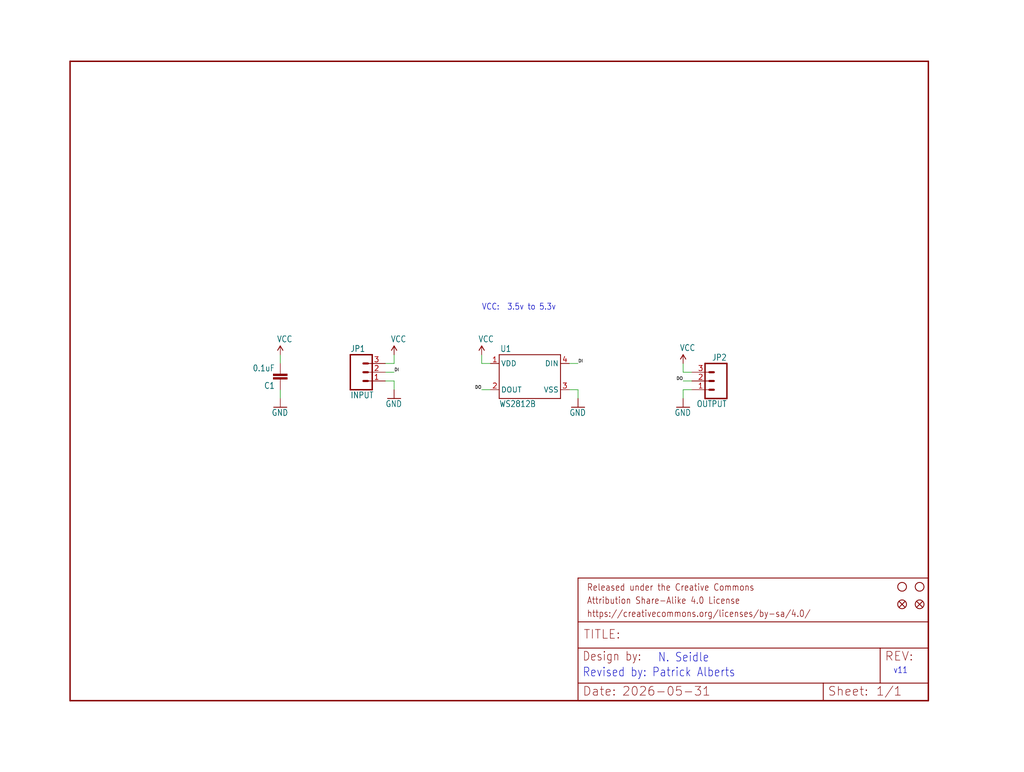
<source format=kicad_sch>
(kicad_sch (version 20250114) (generator "eeschema") (generator_version "9.0")
  (paper "User" 297.002 223.926)
  (lib_symbols
    (symbol "circuit_check_example-eagle-import:0.1UF-25V(+80/-20%)(0603)"
      (property "Reference" "C" (at 1.524 2.921 0))
      (symbol "0.1UF-25V(+80/-20%)(0603)_1_0"
        (rectangle (start -2.032 1.524) (end 2.032 2.032) (fill (type outline)))
        (rectangle (start -2.032 0.508) (end 2.032 1.016) (fill (type outline)))
        (polyline (pts (xy 0 2.54) (xy 0 2.032)) (stroke (width 0.1524)))
        (polyline (pts (xy 0 0) (xy 0 0.508)) (stroke (width 0.1524)))
        (pin passive line (at 0 5.08 270) (length 2.54) (name "1") (number "1"))
        (pin passive line (at 0 -2.54 90) (length 2.54) (name "2") (number "2"))
      )
    )
    (symbol "circuit_check_example-eagle-import:FIDUCIAL1X2"
      (symbol "FIDUCIAL1X2_1_0"
        (polyline (pts (xy -0.762 0.762) (xy 0.762 -0.762)) (stroke (width 0.254)))
        (circle (center 0 0) (radius 1.27) (stroke (width 0.254)))
        (polyline (pts (xy 0.762 0.762) (xy -0.762 -0.762)) (stroke (width 0.254)))
      )
    )
    (symbol "circuit_check_example-eagle-import:FRAME-LETTER"
      (symbol "FRAME-LETTER_1_0"
        (polyline (pts (xy 0 185.42) (xy 0 0)) (stroke (width 0.4064)))
        (polyline (pts (xy 0 185.42) (xy 248.92 185.42)) (stroke (width 0.4064)))
        (polyline (pts (xy 0 0) (xy 248.92 0)) (stroke (width 0.4064)))
        (polyline (pts (xy 248.92 185.42) (xy 248.92 0)) (stroke (width 0.4064)))
      )
      (symbol "FRAME-LETTER_2_0"
        (polyline (pts (xy 0 22.86) (xy 0 35.56)) (stroke (width 0.254)))
        (polyline (pts (xy 0 22.86) (xy 101.6 22.86)) (stroke (width 0.254)))
        (polyline (pts (xy 0 15.24) (xy 0 22.86)) (stroke (width 0.254)))
        (polyline (pts (xy 0 5.08) (xy 0 15.24)) (stroke (width 0.254)))
        (polyline (pts (xy 0 5.08) (xy 71.12 5.08)) (stroke (width 0.254)))
        (polyline (pts (xy 0 0) (xy 0 5.08)) (stroke (width 0.254)))
        (polyline (pts (xy 0 0) (xy 71.12 0)) (stroke (width 0.254)))
        (polyline (pts (xy 71.12 5.08) (xy 71.12 0)) (stroke (width 0.254)))
        (polyline (pts (xy 71.12 5.08) (xy 87.63 5.08)) (stroke (width 0.254)))
        (polyline (pts (xy 71.12 0) (xy 101.6 0)) (stroke (width 0.254)))
        (polyline (pts (xy 87.63 15.24) (xy 0 15.24)) (stroke (width 0.254)))
        (polyline (pts (xy 87.63 15.24) (xy 87.63 5.08)) (stroke (width 0.254)))
        (polyline (pts (xy 87.63 5.08) (xy 101.6 5.08)) (stroke (width 0.254)))
        (polyline (pts (xy 101.6 35.56) (xy 0 35.56)) (stroke (width 0.254)))
        (polyline (pts (xy 101.6 35.56) (xy 101.6 22.86)) (stroke (width 0.254)))
        (polyline (pts (xy 101.6 22.86) (xy 101.6 15.24)) (stroke (width 0.254)))
        (polyline (pts (xy 101.6 15.24) (xy 87.63 15.24)) (stroke (width 0.254)))
        (polyline (pts (xy 101.6 15.24) (xy 101.6 5.08)) (stroke (width 0.254)))
        (polyline (pts (xy 101.6 5.08) (xy 101.6 0)) (stroke (width 0.254)))
        (text "Design by:" (at 1.27 11.43 0) (effects (font (size 2.54 2.159)) (justify left bottom)))
        (text "Date:" (at 1.27 1.27 0) (effects (font (size 2.54 2.54)) (justify left bottom)))
        (text "TITLE:" (at 1.524 17.78 0) (effects (font (size 2.54 2.54)) (justify left bottom)))
        (text "Released under the Creative Commons" (at 2.54 31.75 0) (effects (font (size 1.9304 1.6408)) (justify left bottom)))
        (text "Attribution Share-Alike 4.0 License" (at 2.54 27.94 0) (effects (font (size 1.9304 1.6408)) (justify left bottom)))
        (text "https://creativecommons.org/licenses/by-sa/4.0/" (at 2.54 24.13 0) (effects (font (size 1.9304 1.6408)) (justify left bottom)))
        (text "${CURRENT_DATE}" (at 12.7 1.27 0) (effects (font (size 2.54 2.54)) (justify left bottom)))
        (text "${PROJECTNAME}" (at 15.494 17.78 0) (effects (font (size 2.7432 2.7432)) (justify left bottom)))
        (text "Sheet:" (at 72.39 1.27 0) (effects (font (size 2.54 2.54)) (justify left bottom)))
        (text "${#}/${##}" (at 86.36 1.27 0) (effects (font (size 2.54 2.54)) (justify left bottom)))
        (text "REV:" (at 88.9 11.43 0) (effects (font (size 2.54 2.54)) (justify left bottom)))
      )
    )
    (symbol "circuit_check_example-eagle-import:GND" (power)
      (symbol "GND_1_0"
        (polyline (pts (xy -1.905 0) (xy 1.905 0)) (stroke (width 0.254)))
        (pin power_in line (at 0 2.54 270) (length 2.54) (name "GND") (number "1"))
      )
    )
    (symbol "circuit_check_example-eagle-import:M03PTH"
      (property "Reference" "JP" (at -2.54 5.842 0))
      (symbol "M03PTH_1_0"
        (polyline (pts (xy -2.54 5.08) (xy -2.54 -5.08)) (stroke (width 0.4064)))
        (polyline (pts (xy -2.54 5.08) (xy 3.81 5.08)) (stroke (width 0.4064)))
        (polyline (pts (xy 1.27 2.54) (xy 2.54 2.54)) (stroke (width 0.6096)))
        (polyline (pts (xy 1.27 0) (xy 2.54 0)) (stroke (width 0.6096)))
        (polyline (pts (xy 1.27 -2.54) (xy 2.54 -2.54)) (stroke (width 0.6096)))
        (polyline (pts (xy 3.81 -5.08) (xy -2.54 -5.08)) (stroke (width 0.4064)))
        (polyline (pts (xy 3.81 -5.08) (xy 3.81 5.08)) (stroke (width 0.4064)))
        (pin passive line (at 7.62 2.54 180) (length 5.08) (name "3") (number "3"))
        (pin passive line (at 7.62 0 180) (length 5.08) (name "2") (number "2"))
        (pin passive line (at 7.62 -2.54 180) (length 5.08) (name "1") (number "1"))
      )
    )
    (symbol "circuit_check_example-eagle-import:STAND-OFF"
      (symbol "STAND-OFF_1_0"
        (circle (center 0 0) (radius 1.27) (stroke (width 0.254)))
      )
    )
    (symbol "circuit_check_example-eagle-import:VCC" (power)
      (symbol "VCC_1_0"
        (polyline (pts (xy 0 2.54) (xy -0.762 1.27)) (stroke (width 0.254)))
        (polyline (pts (xy 0.762 1.27) (xy 0 2.54)) (stroke (width 0.254)))
        (pin power_in line (at 0 0 90) (length 2.54) (name "VCC") (number "1"))
      )
    )
    (symbol "circuit_check_example-eagle-import:WS2812B"
      (property "Reference" "D" (at -2.286 8.382 0))
      (symbol "WS2812B_1_0"
        (polyline (pts (xy -2.54 7.62) (xy -2.54 -5.08)) (stroke (width 0.254)))
        (polyline (pts (xy -2.54 -5.08) (xy 15.24 -5.08)) (stroke (width 0.254)))
        (polyline (pts (xy 15.24 7.62) (xy -2.54 7.62)) (stroke (width 0.254)))
        (polyline (pts (xy 15.24 -5.08) (xy 15.24 7.62)) (stroke (width 0.254)))
        (pin power_in line (at -5.08 5.08 0) (length 2.54) (name "VDD") (number "1"))
        (pin output line (at -5.08 -2.54 0) (length 2.54) (name "DOUT") (number "2"))
        (pin input line (at 17.78 5.08 180) (length 2.54) (name "DIN") (number "4"))
        (pin power_in line (at 17.78 -2.54 180) (length 2.54) (name "VSS") (number "3"))
      )
    )
  )
  (text "VCC:  3.5v to 5.3v" (at 139.7 90.17 0) (effects (font (size 1.778 1.5113)) (justify left bottom)))
  (text "Revised by: Patrick Alberts" (at 168.91 196.596 0) (effects (font (size 2.54 2.159)) (justify left bottom)))
  (text "v11" (at 259.08 195.58 0) (effects (font (size 1.778 1.5113)) (justify left bottom)))
  (text "N. Seidle" (at 190.754 192.278 0) (effects (font (size 2.54 2.159)) (justify left bottom)))
  (wire (pts (xy 200.66 110.49) (xy 198.12 110.49)) (stroke (width 0.1524)))
  (wire (pts (xy 81.28 113.03) (xy 81.28 115.57)) (stroke (width 0.1524)))
  (wire (pts (xy 111.76 107.95) (xy 114.3 107.95)) (stroke (width 0.1524)))
  (wire (pts (xy 198.12 113.03) (xy 198.12 115.57)) (stroke (width 0.1524)))
  (wire (pts (xy 165.1 105.41) (xy 167.64 105.41)) (stroke (width 0.1524)))
  (wire (pts (xy 142.24 113.03) (xy 139.7 113.03)) (stroke (width 0.1524)))
  (wire (pts (xy 139.7 105.41) (xy 139.7 102.87)) (stroke (width 0.1524)))
  (wire (pts (xy 142.24 105.41) (xy 139.7 105.41)) (stroke (width 0.1524)))
  (wire (pts (xy 81.28 102.87) (xy 81.28 105.41)) (stroke (width 0.1524)))
  (wire (pts (xy 165.1 113.03) (xy 167.64 113.03)) (stroke (width 0.1524)))
  (wire (pts (xy 198.12 107.95) (xy 198.12 105.41)) (stroke (width 0.1524)))
  (wire (pts (xy 111.76 105.41) (xy 114.3 105.41)) (stroke (width 0.1524)))
  (wire (pts (xy 167.64 113.03) (xy 167.64 115.57)) (stroke (width 0.1524)))
  (wire (pts (xy 200.66 113.03) (xy 198.12 113.03)) (stroke (width 0.1524)))
  (wire (pts (xy 114.3 110.49) (xy 114.3 113.03)) (stroke (width 0.1524)))
  (wire (pts (xy 114.3 105.41) (xy 114.3 102.87)) (stroke (width 0.1524)))
  (wire (pts (xy 200.66 107.95) (xy 198.12 107.95)) (stroke (width 0.1524)))
  (wire (pts (xy 111.76 110.49) (xy 114.3 110.49)) (stroke (width 0.1524)))
  (label "DO" (at 139.7 113.03 180) (effects (font (size 0.889 0.889))))
  (label "DO" (at 198.12 110.49 180) (effects (font (size 0.889 0.889))))
  (label "DI" (at 167.64 105.41 0) (effects (font (size 0.889 0.889))))
  (label "DI" (at 114.3 107.95 0) (effects (font (size 0.889 0.889))))
  (symbol (lib_id "circuit_check_example-eagle-import:GND") (at 167.64 118.11 0) (unit 1)
    (property "Reference" "#GND5" (effects (hide yes)))
    (property "Value" "GND" (at 165.1 120.65 0) (effects (font (size 1.778 1.5113)) (justify left bottom)))
  )
  (symbol (lib_id "circuit_check_example-eagle-import:VCC") (at 114.3 102.87 0) (unit 1)
    (property "Reference" "#P+4" (effects (hide yes)))
    (property "Value" "VCC" (at 113.284 99.314 0) (effects (font (size 1.778 1.5113)) (justify left bottom)))
  )
  (symbol (lib_id "circuit_check_example-eagle-import:GND") (at 114.3 115.57 0) (unit 1)
    (property "Reference" "#GND3" (effects (hide yes)))
    (property "Value" "GND" (at 111.76 118.11 0) (effects (font (size 1.778 1.5113)) (justify left bottom)))
  )
  (symbol (lib_id "circuit_check_example-eagle-import:FRAME-LETTER") (at 167.64 203.2 0) (unit 2)
    (property "Reference" "FRAME1" (effects (hide yes)))
    (property "Value" "FRAME-LETTER" (effects (hide yes)))
    (property "Footprint" "circuit_check_example:CREATIVE_COMMONS" (effects (hide yes)))
  )
  (symbol (lib_id "circuit_check_example-eagle-import:M03PTH") (at 104.14 107.95 0) (unit 1)
    (property "Reference" "JP1" (at 101.6 102.108 0) (effects (font (size 1.778 1.5113)) (justify left bottom)))
    (property "Value" "INPUT" (at 101.6 115.57 0) (effects (font (size 1.778 1.5113)) (justify left bottom)))
    (property "Footprint" "circuit_check_example:1X03" (effects (hide yes)))
  )
  (symbol (lib_id "circuit_check_example-eagle-import:STAND-OFF") (at 261.62 170.18 0) (unit 1)
    (property "Reference" "JP4" (effects (hide yes)))
    (property "Value" "STAND-OFF" (effects (hide yes)))
    (property "Footprint" "circuit_check_example:STAND-OFF" (effects (hide yes)))
  )
  (symbol (lib_id "circuit_check_example-eagle-import:M03PTH") (at 208.28 110.49 0) (mirror y) (unit 1)
    (property "Reference" "JP2" (at 210.82 104.648 0) (effects (font (size 1.778 1.5113)) (justify left bottom)))
    (property "Value" "OUTPUT" (at 210.82 118.11 0) (effects (font (size 1.778 1.5113)) (justify left bottom)))
    (property "Footprint" "circuit_check_example:1X03" (effects (hide yes)))
  )
  (symbol (lib_id "circuit_check_example-eagle-import:0.1UF-25V(+80/-20%)(0603)") (at 81.28 107.95 180) (unit 1)
    (property "Reference" "C1" (at 79.756 110.871 0) (effects (font (size 1.778 1.5113)) (justify left bottom)))
    (property "Value" "0.1uF" (at 79.756 105.791 0) (effects (font (size 1.778 1.5113)) (justify left bottom)))
    (property "Footprint" "circuit_check_example:0603-CAP" (effects (hide yes)))
  )
  (symbol (lib_id "circuit_check_example-eagle-import:WS2812B") (at 147.32 110.49 0) (unit 1)
    (property "Reference" "U1" (at 145.034 102.108 0) (effects (font (size 1.778 1.5113)) (justify left bottom)))
    (property "Value" "WS2812B" (at 144.78 118.11 0) (effects (font (size 1.778 1.5113)) (justify left bottom)))
    (property "Footprint" "circuit_check_example:WS2812B" (effects (hide yes)))
  )
  (symbol (lib_id "circuit_check_example-eagle-import:FRAME-LETTER") (at 20.32 203.2 0) (unit 1)
    (property "Reference" "FRAME1" (effects (hide yes)))
    (property "Value" "FRAME-LETTER" (effects (hide yes)))
    (property "Footprint" "circuit_check_example:CREATIVE_COMMONS" (effects (hide yes)))
  )
  (symbol (lib_id "circuit_check_example-eagle-import:VCC") (at 139.7 102.87 0) (unit 1)
    (property "Reference" "#P+2" (effects (hide yes)))
    (property "Value" "VCC" (at 138.684 99.314 0) (effects (font (size 1.778 1.5113)) (justify left bottom)))
  )
  (symbol (lib_id "circuit_check_example-eagle-import:FIDUCIAL1X2") (at 261.62 175.26 0) (unit 1)
    (property "Reference" "FID2" (effects (hide yes)))
    (property "Value" "FIDUCIAL1X2" (effects (hide yes)))
    (property "Footprint" "circuit_check_example:FIDUCIAL-1X2" (effects (hide yes)))
  )
  (symbol (lib_id "circuit_check_example-eagle-import:VCC") (at 198.12 105.41 0) (unit 1)
    (property "Reference" "#P+5" (effects (hide yes)))
    (property "Value" "VCC" (at 197.104 101.854 0) (effects (font (size 1.778 1.5113)) (justify left bottom)))
  )
  (symbol (lib_id "circuit_check_example-eagle-import:STAND-OFF") (at 266.7 170.18 0) (unit 1)
    (property "Reference" "JP15" (effects (hide yes)))
    (property "Value" "STAND-OFF" (effects (hide yes)))
    (property "Footprint" "circuit_check_example:STAND-OFF" (effects (hide yes)))
  )
  (symbol (lib_id "circuit_check_example-eagle-import:VCC") (at 81.28 102.87 0) (unit 1)
    (property "Reference" "#P+1" (effects (hide yes)))
    (property "Value" "VCC" (at 80.264 99.314 0) (effects (font (size 1.778 1.5113)) (justify left bottom)))
  )
  (symbol (lib_id "circuit_check_example-eagle-import:FIDUCIAL1X2") (at 266.7 175.26 0) (unit 1)
    (property "Reference" "FID1" (effects (hide yes)))
    (property "Value" "FIDUCIAL1X2" (effects (hide yes)))
    (property "Footprint" "circuit_check_example:FIDUCIAL-1X2" (effects (hide yes)))
  )
  (symbol (lib_id "circuit_check_example-eagle-import:GND") (at 198.12 118.11 0) (unit 1)
    (property "Reference" "#GND4" (effects (hide yes)))
    (property "Value" "GND" (at 195.58 120.65 0) (effects (font (size 1.778 1.5113)) (justify left bottom)))
  )
  (symbol (lib_id "circuit_check_example-eagle-import:GND") (at 81.28 118.11 0) (unit 1)
    (property "Reference" "#GND1" (effects (hide yes)))
    (property "Value" "GND" (at 78.74 120.65 0) (effects (font (size 1.778 1.5113)) (justify left bottom)))
  )
)
</source>
